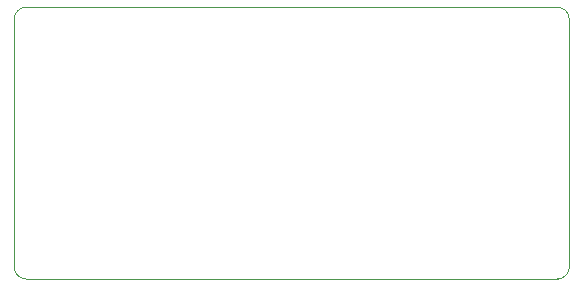
<source format=gko>
G04 #@! TF.FileFunction,Profile,NP*
%FSLAX46Y46*%
G04 Gerber Fmt 4.6, Leading zero omitted, Abs format (unit mm)*
G04 Created by KiCad (PCBNEW (2016-03-06 BZR 6610)-product) date 2016 April 20, Wednesday 18:41:49*
%MOMM*%
G01*
G04 APERTURE LIST*
%ADD10C,0.100000*%
%ADD11C,0.050000*%
G04 APERTURE END LIST*
D10*
D11*
X126500000Y-110500000D02*
G75*
G03X127500000Y-111500000I1000000J0D01*
G01*
X172500000Y-111500000D02*
G75*
G03X173500000Y-110500000I0J1000000D01*
G01*
X173500000Y-89500000D02*
G75*
G03X172500000Y-88500000I-1000000J0D01*
G01*
X127500000Y-88500000D02*
G75*
G03X126500000Y-89500000I0J-1000000D01*
G01*
X172500000Y-88500000D02*
X127500000Y-88500000D01*
X173500000Y-110500000D02*
X173500000Y-89500000D01*
X127500000Y-111500000D02*
X172500000Y-111500000D01*
X126500000Y-89500000D02*
X126500000Y-110500000D01*
M02*

</source>
